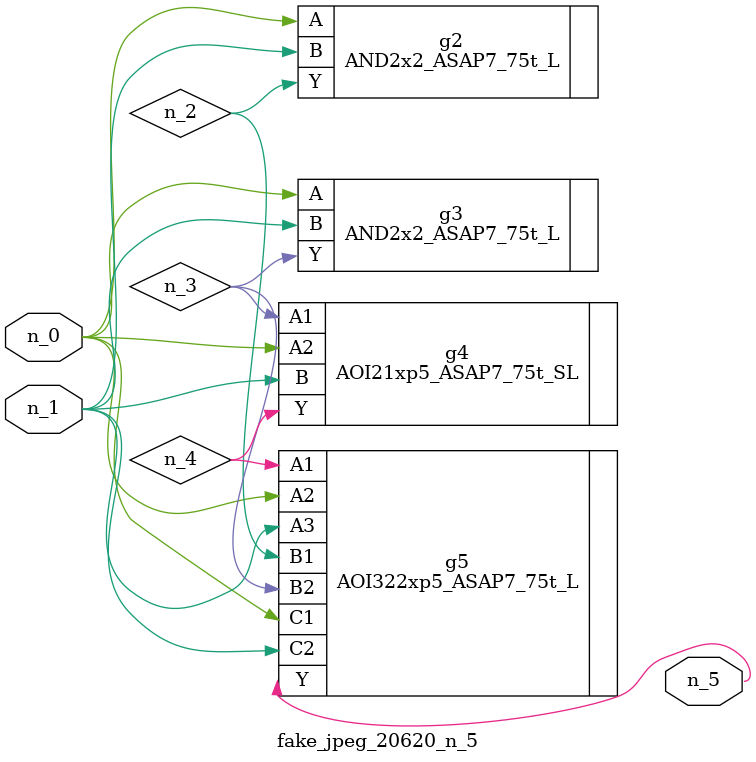
<source format=v>
module fake_jpeg_20620_n_5 (n_0, n_1, n_5);

input n_0;
input n_1;

output n_5;

wire n_2;
wire n_3;
wire n_4;

AND2x2_ASAP7_75t_L g2 ( 
.A(n_0),
.B(n_1),
.Y(n_2)
);

AND2x2_ASAP7_75t_L g3 ( 
.A(n_0),
.B(n_1),
.Y(n_3)
);

AOI21xp5_ASAP7_75t_SL g4 ( 
.A1(n_3),
.A2(n_0),
.B(n_1),
.Y(n_4)
);

AOI322xp5_ASAP7_75t_L g5 ( 
.A1(n_4),
.A2(n_0),
.A3(n_1),
.B1(n_2),
.B2(n_3),
.C1(n_0),
.C2(n_1),
.Y(n_5)
);


endmodule
</source>
